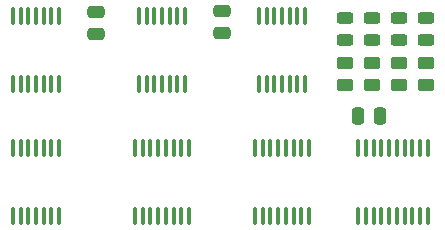
<source format=gbr>
%TF.GenerationSoftware,KiCad,Pcbnew,(6.0.0-0)*%
%TF.CreationDate,2022-01-18T20:41:07-05:00*%
%TF.ProjectId,Flags Register,466c6167-7320-4526-9567-69737465722e,rev?*%
%TF.SameCoordinates,Original*%
%TF.FileFunction,Paste,Top*%
%TF.FilePolarity,Positive*%
%FSLAX46Y46*%
G04 Gerber Fmt 4.6, Leading zero omitted, Abs format (unit mm)*
G04 Created by KiCad (PCBNEW (6.0.0-0)) date 2022-01-18 20:41:07*
%MOMM*%
%LPD*%
G01*
G04 APERTURE LIST*
G04 Aperture macros list*
%AMRoundRect*
0 Rectangle with rounded corners*
0 $1 Rounding radius*
0 $2 $3 $4 $5 $6 $7 $8 $9 X,Y pos of 4 corners*
0 Add a 4 corners polygon primitive as box body*
4,1,4,$2,$3,$4,$5,$6,$7,$8,$9,$2,$3,0*
0 Add four circle primitives for the rounded corners*
1,1,$1+$1,$2,$3*
1,1,$1+$1,$4,$5*
1,1,$1+$1,$6,$7*
1,1,$1+$1,$8,$9*
0 Add four rect primitives between the rounded corners*
20,1,$1+$1,$2,$3,$4,$5,0*
20,1,$1+$1,$4,$5,$6,$7,0*
20,1,$1+$1,$6,$7,$8,$9,0*
20,1,$1+$1,$8,$9,$2,$3,0*%
G04 Aperture macros list end*
%ADD10RoundRect,0.250000X-0.475000X0.250000X-0.475000X-0.250000X0.475000X-0.250000X0.475000X0.250000X0*%
%ADD11RoundRect,0.250000X-0.250000X-0.475000X0.250000X-0.475000X0.250000X0.475000X-0.250000X0.475000X0*%
%ADD12RoundRect,0.243750X0.456250X-0.243750X0.456250X0.243750X-0.456250X0.243750X-0.456250X-0.243750X0*%
%ADD13RoundRect,0.250000X-0.450000X0.262500X-0.450000X-0.262500X0.450000X-0.262500X0.450000X0.262500X0*%
%ADD14RoundRect,0.100000X0.100000X-0.637500X0.100000X0.637500X-0.100000X0.637500X-0.100000X-0.637500X0*%
%ADD15RoundRect,0.100000X-0.100000X0.637500X-0.100000X-0.637500X0.100000X-0.637500X0.100000X0.637500X0*%
G04 APERTURE END LIST*
D10*
%TO.C,C1*%
X59436000Y-94554000D03*
X59436000Y-96454000D03*
%TD*%
D11*
%TO.C,C2*%
X81600000Y-103378000D03*
X83500000Y-103378000D03*
%TD*%
D10*
%TO.C,C3*%
X70104000Y-94488000D03*
X70104000Y-96388000D03*
%TD*%
D12*
%TO.C,D1*%
X87376000Y-96949500D03*
X87376000Y-95074500D03*
%TD*%
%TO.C,D2*%
X85090000Y-96949500D03*
X85090000Y-95074500D03*
%TD*%
%TO.C,D3*%
X82804000Y-96949500D03*
X82804000Y-95074500D03*
%TD*%
%TO.C,D4*%
X80518000Y-96949500D03*
X80518000Y-95074500D03*
%TD*%
D13*
%TO.C,R1*%
X87376000Y-98909500D03*
X87376000Y-100734500D03*
%TD*%
%TO.C,R2*%
X85090000Y-98909500D03*
X85090000Y-100734500D03*
%TD*%
%TO.C,R3*%
X82804000Y-98909500D03*
X82804000Y-100734500D03*
%TD*%
%TO.C,R4*%
X80518000Y-98909500D03*
X80518000Y-100734500D03*
%TD*%
D14*
%TO.C,U1*%
X72909000Y-111828500D03*
X73559000Y-111828500D03*
X74209000Y-111828500D03*
X74859000Y-111828500D03*
X75509000Y-111828500D03*
X76159000Y-111828500D03*
X76809000Y-111828500D03*
X77459000Y-111828500D03*
X77459000Y-106103500D03*
X76809000Y-106103500D03*
X76159000Y-106103500D03*
X75509000Y-106103500D03*
X74859000Y-106103500D03*
X74209000Y-106103500D03*
X73559000Y-106103500D03*
X72909000Y-106103500D03*
%TD*%
D15*
%TO.C,U2*%
X87507000Y-106103500D03*
X86857000Y-106103500D03*
X86207000Y-106103500D03*
X85557000Y-106103500D03*
X84907000Y-106103500D03*
X84257000Y-106103500D03*
X83607000Y-106103500D03*
X82957000Y-106103500D03*
X82307000Y-106103500D03*
X81657000Y-106103500D03*
X81657000Y-111828500D03*
X82307000Y-111828500D03*
X82957000Y-111828500D03*
X83607000Y-111828500D03*
X84257000Y-111828500D03*
X84907000Y-111828500D03*
X85557000Y-111828500D03*
X86207000Y-111828500D03*
X86857000Y-111828500D03*
X87507000Y-111828500D03*
%TD*%
D14*
%TO.C,U35*%
X52406000Y-100652500D03*
X53056000Y-100652500D03*
X53706000Y-100652500D03*
X54356000Y-100652500D03*
X55006000Y-100652500D03*
X55656000Y-100652500D03*
X56306000Y-100652500D03*
X56306000Y-94927500D03*
X55656000Y-94927500D03*
X55006000Y-94927500D03*
X54356000Y-94927500D03*
X53706000Y-94927500D03*
X53056000Y-94927500D03*
X52406000Y-94927500D03*
%TD*%
%TO.C,U36*%
X52406000Y-111828500D03*
X53056000Y-111828500D03*
X53706000Y-111828500D03*
X54356000Y-111828500D03*
X55006000Y-111828500D03*
X55656000Y-111828500D03*
X56306000Y-111828500D03*
X56306000Y-106103500D03*
X55656000Y-106103500D03*
X55006000Y-106103500D03*
X54356000Y-106103500D03*
X53706000Y-106103500D03*
X53056000Y-106103500D03*
X52406000Y-106103500D03*
%TD*%
%TO.C,U37*%
X63074000Y-100652500D03*
X63724000Y-100652500D03*
X64374000Y-100652500D03*
X65024000Y-100652500D03*
X65674000Y-100652500D03*
X66324000Y-100652500D03*
X66974000Y-100652500D03*
X66974000Y-94927500D03*
X66324000Y-94927500D03*
X65674000Y-94927500D03*
X65024000Y-94927500D03*
X64374000Y-94927500D03*
X63724000Y-94927500D03*
X63074000Y-94927500D03*
%TD*%
%TO.C,U38*%
X62749000Y-111828500D03*
X63399000Y-111828500D03*
X64049000Y-111828500D03*
X64699000Y-111828500D03*
X65349000Y-111828500D03*
X65999000Y-111828500D03*
X66649000Y-111828500D03*
X67299000Y-111828500D03*
X67299000Y-106103500D03*
X66649000Y-106103500D03*
X65999000Y-106103500D03*
X65349000Y-106103500D03*
X64699000Y-106103500D03*
X64049000Y-106103500D03*
X63399000Y-106103500D03*
X62749000Y-106103500D03*
%TD*%
%TO.C,U39*%
X73234000Y-100652500D03*
X73884000Y-100652500D03*
X74534000Y-100652500D03*
X75184000Y-100652500D03*
X75834000Y-100652500D03*
X76484000Y-100652500D03*
X77134000Y-100652500D03*
X77134000Y-94927500D03*
X76484000Y-94927500D03*
X75834000Y-94927500D03*
X75184000Y-94927500D03*
X74534000Y-94927500D03*
X73884000Y-94927500D03*
X73234000Y-94927500D03*
%TD*%
M02*

</source>
